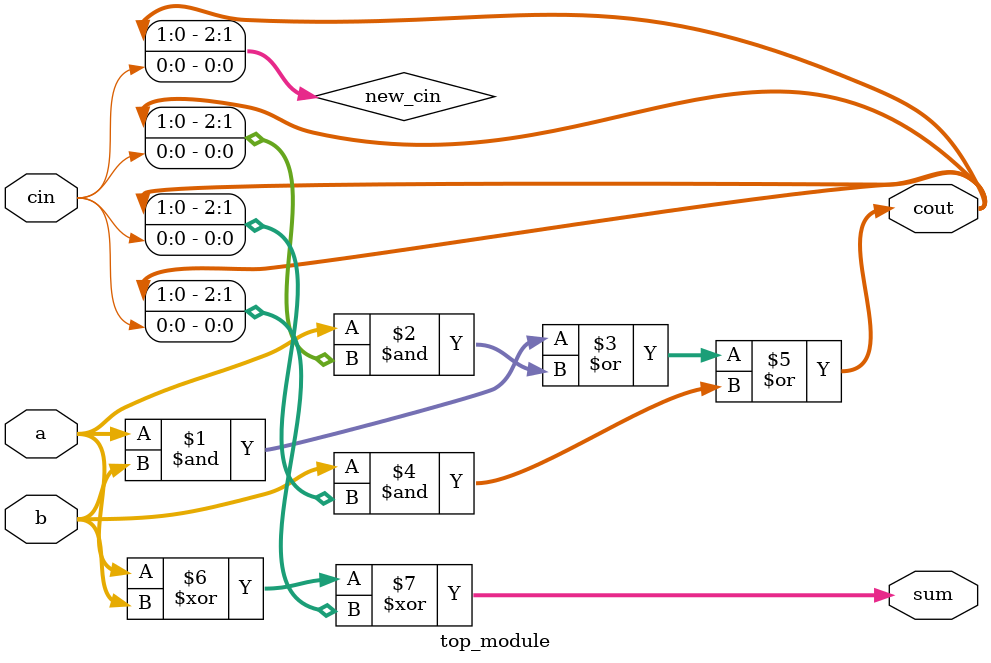
<source format=v>
module top_module( 
    input [2:0] a, b,
    input cin,
    output [2:0] cout,
    output [2:0] sum );

    wire [2:0] new_cin;
    
    assign new_cin = {cout[1:0], cin};

    assign cout = (a&b) | (a&new_cin) | (b&new_cin);
    assign sum = a ^ b ^ new_cin;

endmodule

</source>
